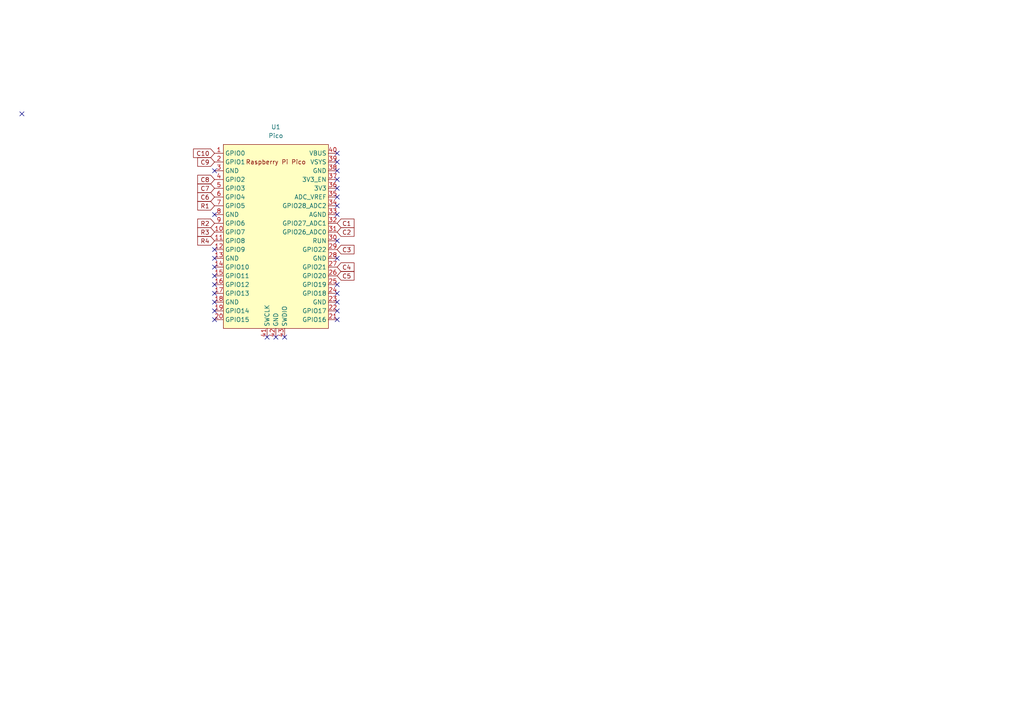
<source format=kicad_sch>
(kicad_sch (version 20211123) (generator eeschema)
  (paper "A4")
  (lib_symbols
    (symbol "MCU_RaspberryPi_and_Boards:Pico"
      (property "Reference" "U" (at -13.97 27.94 0))
      (property "Value" "Pico" (at 0 19.05 0))
      (symbol "Pico_0_0"
        (text "Raspberry Pi Pico" (at 0 21.59 0) (effects (font (size 1.27 1.27))))
      )
      (symbol "Pico_0_1"
        (rectangle (start -15.24 26.67) (end 15.24 -26.67) (fill (type background)))
      )
      (symbol "Pico_1_1"
        (pin bidirectional line (at -17.78 24.13 0) (length 2.54) (name "GPIO0") (number "1"))
        (pin bidirectional line (at -17.78 1.27 0) (length 2.54) (name "GPIO7") (number "10"))
        (pin bidirectional line (at -17.78 -1.27 0) (length 2.54) (name "GPIO8") (number "11"))
        (pin bidirectional line (at -17.78 -3.81 0) (length 2.54) (name "GPIO9") (number "12"))
        (pin power_in line (at -17.78 -6.35 0) (length 2.54) (name "GND") (number "13"))
        (pin bidirectional line (at -17.78 -8.89 0) (length 2.54) (name "GPIO10") (number "14"))
        (pin bidirectional line (at -17.78 -11.43 0) (length 2.54) (name "GPIO11") (number "15"))
        (pin bidirectional line (at -17.78 -13.97 0) (length 2.54) (name "GPIO12") (number "16"))
        (pin bidirectional line (at -17.78 -16.51 0) (length 2.54) (name "GPIO13") (number "17"))
        (pin power_in line (at -17.78 -19.05 0) (length 2.54) (name "GND") (number "18"))
        (pin bidirectional line (at -17.78 -21.59 0) (length 2.54) (name "GPIO14") (number "19"))
        (pin bidirectional line (at -17.78 21.59 0) (length 2.54) (name "GPIO1") (number "2"))
        (pin bidirectional line (at -17.78 -24.13 0) (length 2.54) (name "GPIO15") (number "20"))
        (pin bidirectional line (at 17.78 -24.13 180) (length 2.54) (name "GPIO16") (number "21"))
        (pin bidirectional line (at 17.78 -21.59 180) (length 2.54) (name "GPIO17") (number "22"))
        (pin power_in line (at 17.78 -19.05 180) (length 2.54) (name "GND") (number "23"))
        (pin bidirectional line (at 17.78 -16.51 180) (length 2.54) (name "GPIO18") (number "24"))
        (pin bidirectional line (at 17.78 -13.97 180) (length 2.54) (name "GPIO19") (number "25"))
        (pin bidirectional line (at 17.78 -11.43 180) (length 2.54) (name "GPIO20") (number "26"))
        (pin bidirectional line (at 17.78 -8.89 180) (length 2.54) (name "GPIO21") (number "27"))
        (pin power_in line (at 17.78 -6.35 180) (length 2.54) (name "GND") (number "28"))
        (pin bidirectional line (at 17.78 -3.81 180) (length 2.54) (name "GPIO22") (number "29"))
        (pin power_in line (at -17.78 19.05 0) (length 2.54) (name "GND") (number "3"))
        (pin input line (at 17.78 -1.27 180) (length 2.54) (name "RUN") (number "30"))
        (pin bidirectional line (at 17.78 1.27 180) (length 2.54) (name "GPIO26_ADC0") (number "31"))
        (pin bidirectional line (at 17.78 3.81 180) (length 2.54) (name "GPIO27_ADC1") (number "32"))
        (pin power_in line (at 17.78 6.35 180) (length 2.54) (name "AGND") (number "33"))
        (pin bidirectional line (at 17.78 8.89 180) (length 2.54) (name "GPIO28_ADC2") (number "34"))
        (pin power_in line (at 17.78 11.43 180) (length 2.54) (name "ADC_VREF") (number "35"))
        (pin power_in line (at 17.78 13.97 180) (length 2.54) (name "3V3") (number "36"))
        (pin input line (at 17.78 16.51 180) (length 2.54) (name "3V3_EN") (number "37"))
        (pin bidirectional line (at 17.78 19.05 180) (length 2.54) (name "GND") (number "38"))
        (pin power_in line (at 17.78 21.59 180) (length 2.54) (name "VSYS") (number "39"))
        (pin bidirectional line (at -17.78 16.51 0) (length 2.54) (name "GPIO2") (number "4"))
        (pin power_in line (at 17.78 24.13 180) (length 2.54) (name "VBUS") (number "40"))
        (pin input line (at -2.54 -29.21 90) (length 2.54) (name "SWCLK") (number "41"))
        (pin power_in line (at 0 -29.21 90) (length 2.54) (name "GND") (number "42"))
        (pin bidirectional line (at 2.54 -29.21 90) (length 2.54) (name "SWDIO") (number "43"))
        (pin bidirectional line (at -17.78 13.97 0) (length 2.54) (name "GPIO3") (number "5"))
        (pin bidirectional line (at -17.78 11.43 0) (length 2.54) (name "GPIO4") (number "6"))
        (pin bidirectional line (at -17.78 8.89 0) (length 2.54) (name "GPIO5") (number "7"))
        (pin power_in line (at -17.78 6.35 0) (length 2.54) (name "GND") (number "8"))
        (pin bidirectional line (at -17.78 3.81 0) (length 2.54) (name "GPIO6") (number "9"))
      )
    )
  )
  (no_connect (at 97.79 82.55))
  (no_connect (at 97.79 85.09))
  (no_connect (at 97.79 62.23))
  (no_connect (at 97.79 90.17))
  (no_connect (at 62.23 74.93))
  (no_connect (at 97.79 44.45))
  (no_connect (at 62.23 62.23))
  (no_connect (at 62.23 77.47))
  (no_connect (at 62.23 72.39))
  (no_connect (at 97.79 74.93))
  (no_connect (at 97.79 54.61))
  (no_connect (at 80.01 97.79))
  (no_connect (at 62.23 90.17))
  (no_connect (at 97.79 69.85))
  (no_connect (at 62.23 82.55))
  (no_connect (at 97.79 46.99))
  (no_connect (at 97.79 49.53))
  (no_connect (at 62.23 87.63))
  (no_connect (at 62.23 92.71))
  (no_connect (at 62.23 80.01))
  (no_connect (at 6.35 33.02))
  (no_connect (at 97.79 52.07))
  (no_connect (at 97.79 87.63))
  (no_connect (at 97.79 59.69))
  (no_connect (at 82.55 97.79))
  (no_connect (at 62.23 85.09))
  (no_connect (at 77.47 97.79))
  (no_connect (at 62.23 49.53))
  (no_connect (at 97.79 92.71))
  (no_connect (at 97.79 57.15))
  (global_label "C7" (shape input) (at 62.23 54.61 180) (property "Intersheet References" "${INTERSHEET_REFS}" (effects hide)))
  (global_label "C2" (shape input) (at 97.79 67.31 0) (property "Intersheet References" "${INTERSHEET_REFS}" (effects hide)))
  (global_label "C10" (shape input) (at 62.23 44.45 180) (property "Intersheet References" "${INTERSHEET_REFS}" (effects hide)))
  (global_label "C9" (shape input) (at 62.23 46.99 180) (property "Intersheet References" "${INTERSHEET_REFS}" (effects hide)))
  (global_label "C6" (shape input) (at 62.23 57.15 180) (property "Intersheet References" "${INTERSHEET_REFS}" (effects hide)))
  (global_label "R4" (shape input) (at 62.23 69.85 180) (property "Intersheet References" "${INTERSHEET_REFS}" (effects hide)))
  (global_label "R2" (shape input) (at 62.23 64.77 180) (property "Intersheet References" "${INTERSHEET_REFS}" (effects hide)))
  (global_label "C8" (shape input) (at 62.23 52.07 180) (property "Intersheet References" "${INTERSHEET_REFS}" (effects hide)))
  (global_label "C5" (shape input) (at 97.79 80.01 0) (property "Intersheet References" "${INTERSHEET_REFS}" (effects hide)))
  (global_label "C4" (shape input) (at 97.79 77.47 0) (property "Intersheet References" "${INTERSHEET_REFS}" (effects hide)))
  (global_label "C3" (shape input) (at 97.79 72.39 0) (property "Intersheet References" "${INTERSHEET_REFS}" (effects hide)))
  (global_label "C1" (shape input) (at 97.79 64.77 0) (property "Intersheet References" "${INTERSHEET_REFS}" (effects hide)))
  (global_label "R1" (shape input) (at 62.23 59.69 180) (property "Intersheet References" "${INTERSHEET_REFS}" (effects hide)))
  (global_label "R3" (shape input) (at 62.23 67.31 180) (property "Intersheet References" "${INTERSHEET_REFS}" (effects hide)))
  (symbol (lib_id "MCU_RaspberryPi_and_Boards:Pico") (at 80.01 68.58 0) (unit 1)
    (property "Reference" "U1" (at 80.01 36.83 0))
    (property "Value" "Pico" (at 80.01 39.37 0))
    (property "Footprint" "MCU_RaspberryPi_and_Boards:RPi_Pico_SMD_TH" (effects hide))
  )
)
</source>
